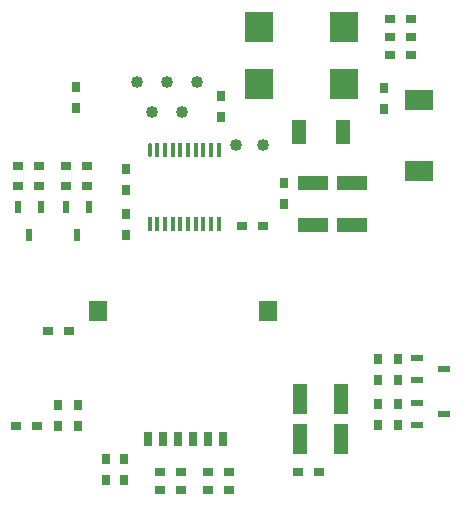
<source format=gbp>
%FSLAX25Y25*%
%MOIN*%
G70*
G01*
G75*
G04 Layer_Color=128*
%ADD10R,0.03000X0.03500*%
%ADD11R,0.03500X0.03000*%
%ADD12R,0.02362X0.04299*%
%ADD13R,0.08661X0.04134*%
%ADD14R,0.04331X0.03937*%
%ADD15R,0.07874X0.07874*%
%ADD16R,0.02362X0.07874*%
%ADD17R,0.07874X0.02362*%
%ADD18R,0.03937X0.04331*%
%ADD19R,0.04134X0.08661*%
%ADD20R,0.11811X0.04213*%
%ADD21R,0.37008X0.27559*%
%ADD22R,0.01575X0.03937*%
%ADD23R,0.12992X0.07087*%
%ADD24C,0.01000*%
%ADD25C,0.01500*%
%ADD26C,0.02000*%
%ADD27C,0.04000*%
%ADD28C,0.03150*%
%ADD29C,0.07000*%
%ADD30C,0.06000*%
%ADD31R,0.06000X0.06000*%
%ADD32C,0.03150*%
%ADD33C,0.06299*%
%ADD34C,0.02500*%
%ADD35R,0.04299X0.02362*%
%ADD36R,0.04724X0.09843*%
%ADD37R,0.09843X0.04724*%
%ADD38R,0.09449X0.07087*%
%ADD39R,0.09449X0.10236*%
%ADD40R,0.05906X0.06693*%
%ADD41R,0.03150X0.05118*%
%ADD42R,0.04921X0.07874*%
%ADD43R,0.01181X0.04724*%
%ADD44O,0.01181X0.04724*%
%ADD45C,0.04000*%
%ADD46C,0.00500*%
%ADD47C,0.01600*%
%ADD48C,0.00787*%
%ADD49C,0.00800*%
%ADD50C,0.00600*%
%ADD51C,0.00700*%
%ADD52C,0.00100*%
%ADD53R,0.01300X0.11811*%
%ADD54R,0.11811X0.01300*%
%ADD55R,0.13988X0.01000*%
%ADD56R,0.01870X0.17323*%
%ADD57R,0.01181X0.08412*%
D10*
X147000Y48500D02*
D03*
Y55500D02*
D03*
X140500D02*
D03*
Y48500D02*
D03*
Y40500D02*
D03*
Y33500D02*
D03*
X147000D02*
D03*
Y40500D02*
D03*
X109063Y107240D02*
D03*
Y114240D02*
D03*
X49890Y15240D02*
D03*
Y22240D02*
D03*
X40390Y40374D02*
D03*
Y33374D02*
D03*
X55890Y15240D02*
D03*
Y22240D02*
D03*
X33890Y40374D02*
D03*
Y33374D02*
D03*
X56587Y96740D02*
D03*
Y103740D02*
D03*
X142500Y139000D02*
D03*
Y146000D02*
D03*
X39890Y139240D02*
D03*
Y146240D02*
D03*
X88008Y136366D02*
D03*
Y143366D02*
D03*
X56390Y118937D02*
D03*
Y111937D02*
D03*
D11*
X19890Y33374D02*
D03*
X26890D02*
D03*
X37390Y64866D02*
D03*
X30390D02*
D03*
X20563Y113240D02*
D03*
X27563D02*
D03*
Y119740D02*
D03*
X20563D02*
D03*
X43563D02*
D03*
X36563D02*
D03*
Y113240D02*
D03*
X43563D02*
D03*
X120910Y17784D02*
D03*
X113909D02*
D03*
X74890Y11740D02*
D03*
X67890D02*
D03*
X74890Y17740D02*
D03*
X67890D02*
D03*
X83890D02*
D03*
X90890D02*
D03*
X83890Y11740D02*
D03*
X90890D02*
D03*
X144500Y156819D02*
D03*
X151500D02*
D03*
X144500Y168819D02*
D03*
X151500D02*
D03*
X144500Y162819D02*
D03*
X151500D02*
D03*
X102087Y99740D02*
D03*
X95087D02*
D03*
D12*
X24303Y96980D02*
D03*
X28043Y106067D02*
D03*
X20563D02*
D03*
X40303Y96980D02*
D03*
X44043Y106067D02*
D03*
X36563D02*
D03*
D35*
X162587Y52240D02*
D03*
X153500Y55980D02*
D03*
Y48500D02*
D03*
X162587Y37240D02*
D03*
X153500Y40980D02*
D03*
Y33500D02*
D03*
D36*
X114390Y42240D02*
D03*
X128169D02*
D03*
Y28740D02*
D03*
X114390D02*
D03*
D37*
X118764Y114083D02*
D03*
Y100303D02*
D03*
X131890Y114140D02*
D03*
Y100361D02*
D03*
D38*
X154000Y141811D02*
D03*
Y118189D02*
D03*
D39*
X129063Y147240D02*
D03*
X100716D02*
D03*
X129063Y166240D02*
D03*
X100716D02*
D03*
D40*
X47039Y71654D02*
D03*
X103732D02*
D03*
D41*
X68890Y28740D02*
D03*
X88890D02*
D03*
X78890D02*
D03*
X63890D02*
D03*
X73890D02*
D03*
X83890D02*
D03*
D42*
X128945Y131240D02*
D03*
X114181D02*
D03*
D43*
X66949Y125366D02*
D03*
X87421D02*
D03*
X66949Y100563D02*
D03*
X87421D02*
D03*
X69508Y125366D02*
D03*
X72067Y100563D02*
D03*
X69508D02*
D03*
X64390D02*
D03*
X77185D02*
D03*
X74626D02*
D03*
Y125366D02*
D03*
X79744D02*
D03*
X82303D02*
D03*
X84862D02*
D03*
Y100563D02*
D03*
X82303D02*
D03*
X79744D02*
D03*
X72067Y125366D02*
D03*
X77185D02*
D03*
D44*
X64390D02*
D03*
D45*
X65000Y138000D02*
D03*
X80000Y148000D02*
D03*
X93224Y126894D02*
D03*
X70000Y148000D02*
D03*
X75000Y138000D02*
D03*
X60000Y148000D02*
D03*
X102224Y126894D02*
D03*
M02*

</source>
